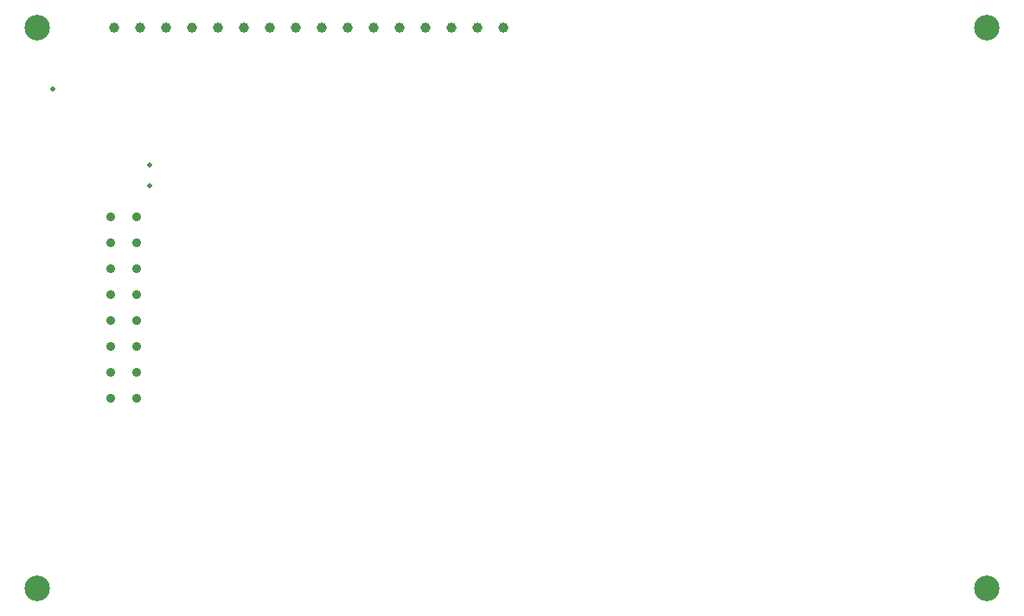
<source format=gbr>
%TF.GenerationSoftware,Altium Limited,Altium Designer,26.3.0 (6)*%
G04 Layer_Color=0*
%FSLAX45Y45*%
%MOMM*%
%TF.SameCoordinates,B802E6D7-E220-4502-B456-AB3D52F6952B*%
%TF.FilePolarity,Positive*%
%TF.FileFunction,Plated,1,2,PTH,Drill*%
%TF.Part,Single*%
G01*
G75*
%TA.AperFunction,ComponentDrill*%
%ADD23C,0.90000*%
%ADD24C,1.00000*%
%ADD25C,2.50000*%
%TA.AperFunction,ViaDrill,NotFilled*%
%ADD26C,0.50000*%
D23*
X-3927000Y889000D02*
D03*
X-3673000D02*
D03*
X-3927000Y635000D02*
D03*
X-3673000D02*
D03*
X-3927000Y381000D02*
D03*
X-3673000D02*
D03*
X-3927000Y127000D02*
D03*
X-3673000D02*
D03*
X-3927000Y-127000D02*
D03*
X-3673000D02*
D03*
X-3927000Y-381000D02*
D03*
X-3673000D02*
D03*
X-3927000Y-635000D02*
D03*
X-3673000D02*
D03*
X-3927000Y-889000D02*
D03*
X-3673000D02*
D03*
D24*
X-3900000Y2750000D02*
D03*
X-3646000D02*
D03*
X-3392000D02*
D03*
X-3138000Y2750000D02*
D03*
X-2884000Y2750000D02*
D03*
X-2630000D02*
D03*
X-2376000D02*
D03*
X-2122000D02*
D03*
X-1868000D02*
D03*
X-1614000D02*
D03*
X-1360000D02*
D03*
X-1106000D02*
D03*
X-852000Y2750000D02*
D03*
X-598000Y2750000D02*
D03*
X-344000D02*
D03*
X-90000D02*
D03*
D25*
X4650000Y-2750000D02*
D03*
X-4650000Y2750000D02*
D03*
Y-2750000D02*
D03*
X4650000Y2750000D02*
D03*
D26*
X-4500000Y2150000D02*
D03*
X-3550000Y1400000D02*
D03*
Y1200000D02*
D03*
%TF.MD5,41a84b424b71fb4ccd5b722141ef2dd2*%
M02*

</source>
